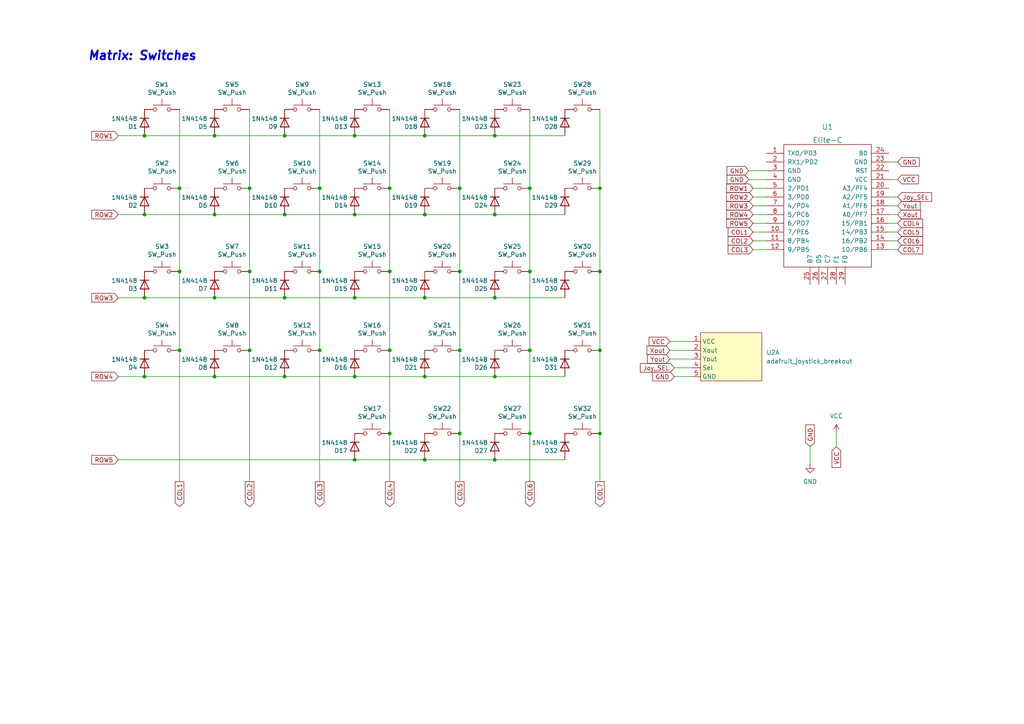
<source format=kicad_sch>
(kicad_sch (version 20230121) (generator eeschema)
  (paper "A4")
  (title_block (title "AlgaePad") (rev "1.0") (company "by Seth Barbreree"))
  (lib_symbols
    (symbol "Device:D" (pin_numbers hide) (pin_names (offset 1.016) hide)
      (property "Reference" "D" (at 0 2.54 0))
      (property "Value" "D" (at 0 -2.54 0))
      (symbol "D_0_1"
        (polyline (pts (xy -1.27 1.27) (xy -1.27 -1.27)) (stroke (width 0.254)))
        (polyline (pts (xy 1.27 0) (xy -1.27 0)))
        (polyline (pts (xy 1.27 1.27) (xy 1.27 -1.27) (xy -1.27 0) (xy 1.27 1.27)) (stroke (width 0.254)))
      )
      (symbol "D_1_1"
        (pin passive line (at -3.81 0 0) (length 2.54) (name "K") (number "1"))
        (pin passive line (at 3.81 0 180) (length 2.54) (name "A") (number "2"))
      )
    )
    (symbol "Switch:SW_Push" (pin_numbers hide) (pin_names (offset 1.016) hide)
      (property "Reference" "SW" (at 1.27 2.54 0))
      (property "Value" "SW_Push" (at 0 -1.524 0))
      (symbol "SW_Push_0_1"
        (circle (center -2.032 0) (radius 0.508))
        (polyline (pts (xy 0 1.27) (xy 0 3.048)))
        (polyline (pts (xy 2.54 1.27) (xy -2.54 1.27)))
        (circle (center 2.032 0) (radius 0.508))
        (pin passive line (at -5.08 0 0) (length 2.54) (name "1") (number "1"))
        (pin passive line (at 5.08 0 180) (length 2.54) (name "2") (number "2"))
      )
    )
    (symbol "algaepad-library:adafruit_joystick_breakout" (on_board no)
      (property "Reference" "U" (at 0 0 0))
      (property "Value" "adafruit_joystick_breakout" (at 0 -20.32 0))
      (symbol "adafruit_joystick_breakout_0_1"
        (rectangle (start -8.89 -2.54) (end 8.89 -16.51) (fill (type background)))
      )
      (symbol "adafruit_joystick_breakout_1_1"
        (pin input line (at -11.43 -5.08 0) (length 2.54) (name "VCC") (number "1"))
        (pin output line (at -11.43 -7.62 0) (length 2.54) (name "Xout") (number "2"))
        (pin output line (at -11.43 -10.16 0) (length 2.54) (name "Yout") (number "3"))
        (pin output line (at -11.43 -12.7 0) (length 2.54) (name "Sel") (number "4"))
        (pin input line (at -11.43 -15.24 0) (length 2.54) (name "GND") (number "5"))
      )
      (symbol "adafruit_joystick_breakout_2_1"
        (pin input line (at -11.43 -5.08 0) (length 2.54) (name "VCC") (number "1-UB"))
        (pin output line (at -11.43 -7.62 0) (length 2.54) (name "Xout") (number "2-UB"))
      )
      (symbol "adafruit_joystick_breakout_3_1"
        (pin input line (at -11.43 -5.08 0) (length 2.54) (name "VCC") (number "1-UC"))
        (pin output line (at -11.43 -7.62 0) (length 2.54) (name "Xout") (number "2-UC"))
      )
      (symbol "adafruit_joystick_breakout_4_1"
        (pin input line (at -11.43 -5.08 0) (length 2.54) (name "VCC") (number "1-UD"))
        (pin output line (at -11.43 -7.62 0) (length 2.54) (name "Xout") (number "2-UD"))
      )
      (symbol "adafruit_joystick_breakout_5_1"
        (pin input line (at -11.43 -5.08 0) (length 2.54) (name "VCC") (number "1-UE"))
        (pin output line (at -11.43 -7.62 0) (length 2.54) (name "Xout") (number "2-UE"))
      )
    )
    (symbol "keebio-components:Elite-C" (pin_names (offset 1.016))
      (property "Reference" "U" (at 0 0 0))
      (property "Value" "Elite-C" (at 0 2.54 0))
      (symbol "Elite-C_0_1"
        (rectangle (start 12.7 -19.05) (end -12.7 16.51))
      )
      (symbol "Elite-C_1_1"
        (pin input line (at -17.78 13.97 0) (length 5.08) (name "TX0/PD3") (number "1"))
        (pin input line (at -17.78 -8.89 0) (length 5.08) (name "7/PE6") (number "10"))
        (pin input line (at -17.78 -11.43 0) (length 5.08) (name "8/PB4") (number "11"))
        (pin input line (at -17.78 -13.97 0) (length 5.08) (name "9/PB5") (number "12"))
        (pin input line (at 17.78 -13.97 180) (length 5.08) (name "10/PB6") (number "13"))
        (pin input line (at 17.78 -11.43 180) (length 5.08) (name "16/PB2") (number "14"))
        (pin input line (at 17.78 -8.89 180) (length 5.08) (name "14/PB3") (number "15"))
        (pin input line (at 17.78 -6.35 180) (length 5.08) (name "15/PB1") (number "16"))
        (pin input line (at 17.78 -3.81 180) (length 5.08) (name "A0/PF7") (number "17"))
        (pin input line (at 17.78 -1.27 180) (length 5.08) (name "A1/PF6") (number "18"))
        (pin input line (at 17.78 1.27 180) (length 5.08) (name "A2/PF5") (number "19"))
        (pin input line (at -17.78 11.43 0) (length 5.08) (name "RX1/PD2") (number "2"))
        (pin input line (at 17.78 3.81 180) (length 5.08) (name "A3/PF4") (number "20"))
        (pin input line (at 17.78 6.35 180) (length 5.08) (name "VCC") (number "21"))
        (pin input line (at 17.78 8.89 180) (length 5.08) (name "RST") (number "22"))
        (pin input line (at 17.78 11.43 180) (length 5.08) (name "GND") (number "23"))
        (pin input line (at 17.78 13.97 180) (length 5.08) (name "B0") (number "24"))
        (pin input line (at -5.08 -24.13 90) (length 5.08) (name "B7") (number "25"))
        (pin input line (at -2.54 -24.13 90) (length 5.08) (name "D5") (number "26"))
        (pin input line (at 0 -24.13 90) (length 5.08) (name "C7") (number "27"))
        (pin input line (at 2.54 -24.13 90) (length 5.08) (name "F1") (number "28"))
        (pin input line (at 5.08 -24.13 90) (length 5.08) (name "F0") (number "29"))
        (pin input line (at -17.78 8.89 0) (length 5.08) (name "GND") (number "3"))
        (pin input line (at -17.78 6.35 0) (length 5.08) (name "GND") (number "4"))
        (pin input line (at -17.78 3.81 0) (length 5.08) (name "2/PD1") (number "5"))
        (pin input line (at -17.78 1.27 0) (length 5.08) (name "3/PD0") (number "6"))
        (pin input line (at -17.78 -1.27 0) (length 5.08) (name "4/PD4") (number "7"))
        (pin input line (at -17.78 -3.81 0) (length 5.08) (name "5/PC6") (number "8"))
        (pin input line (at -17.78 -6.35 0) (length 5.08) (name "6/PD7") (number "9"))
      )
    )
    (symbol "power:GND" (power) (pin_names (offset 0))
      (property "Value" "GND" (at 0 -3.81 0))
      (symbol "GND_0_1"
        (polyline (pts (xy 0 0) (xy 0 -1.27) (xy 1.27 -1.27) (xy 0 -2.54) (xy -1.27 -1.27) (xy 0 -1.27)))
      )
      (symbol "GND_1_1"
        (pin power_in line (at 0 0 270) (length 0) hide (name "GND") (number "1"))
      )
    )
    (symbol "power:VCC" (power) (pin_names (offset 0))
      (property "Value" "VCC" (at 0 3.81 0))
      (symbol "VCC_0_1"
        (polyline (pts (xy -0.762 1.27) (xy 0 2.54)))
        (polyline (pts (xy 0 0) (xy 0 2.54)))
        (polyline (pts (xy 0 2.54) (xy 0.762 1.27)))
      )
      (symbol "VCC_1_1"
        (pin power_in line (at 0 0 90) (length 0) hide (name "VCC") (number "1"))
      )
    )
  )
  (junction (at 82.55 62.23))
  (junction (at 153.67 125.73))
  (junction (at 62.23 109.22))
  (junction (at 102.87 39.37))
  (junction (at 133.35 54.61))
  (junction (at 173.99 101.6))
  (junction (at 41.91 109.22))
  (junction (at 133.35 78.74))
  (junction (at 72.39 78.74))
  (junction (at 113.03 78.74))
  (junction (at 143.51 109.22))
  (junction (at 102.87 133.35))
  (junction (at 143.51 86.36))
  (junction (at 41.91 86.36))
  (junction (at 92.71 54.61))
  (junction (at 72.39 101.6))
  (junction (at 102.87 86.36))
  (junction (at 82.55 39.37))
  (junction (at 82.55 109.22))
  (junction (at 72.39 54.61))
  (junction (at 52.07 78.74))
  (junction (at 62.23 39.37))
  (junction (at 173.99 125.73))
  (junction (at 173.99 54.61))
  (junction (at 102.87 109.22))
  (junction (at 92.71 78.74))
  (junction (at 133.35 101.6))
  (junction (at 113.03 125.73))
  (junction (at 102.87 62.23))
  (junction (at 143.51 62.23))
  (junction (at 153.67 78.74))
  (junction (at 173.99 78.74))
  (junction (at 123.19 62.23))
  (junction (at 123.19 109.22))
  (junction (at 62.23 62.23))
  (junction (at 41.91 62.23))
  (junction (at 153.67 101.6))
  (junction (at 133.35 125.73))
  (junction (at 113.03 101.6))
  (junction (at 52.07 101.6))
  (junction (at 143.51 39.37))
  (junction (at 92.71 101.6))
  (junction (at 41.91 39.37))
  (junction (at 52.07 54.61))
  (junction (at 113.03 54.61))
  (junction (at 123.19 86.36))
  (junction (at 153.67 54.61))
  (junction (at 123.19 39.37))
  (junction (at 62.23 86.36))
  (junction (at 143.51 133.35))
  (junction (at 123.19 133.35))
  (junction (at 82.55 86.36))
  (wire (pts (xy 72.39 54.61) (xy 72.39 78.74)))
  (wire (pts (xy 123.19 62.23) (xy 143.51 62.23)))
  (wire (pts (xy 257.81 59.69) (xy 260.35 59.69)))
  (wire (pts (xy 102.87 109.22) (xy 123.19 109.22)))
  (wire (pts (xy 34.29 109.22) (xy 41.91 109.22)))
  (wire (pts (xy 123.19 39.37) (xy 143.51 39.37)))
  (wire (pts (xy 218.44 69.85) (xy 222.25 69.85)))
  (wire (pts (xy 173.99 31.75) (xy 173.99 54.61)))
  (wire (pts (xy 218.44 72.39) (xy 222.25 72.39)))
  (wire (pts (xy 257.81 69.85) (xy 260.35 69.85)))
  (wire (pts (xy 41.91 109.22) (xy 62.23 109.22)))
  (wire (pts (xy 102.87 86.36) (xy 123.19 86.36)))
  (wire (pts (xy 173.99 101.6) (xy 173.99 125.73)))
  (wire (pts (xy 62.23 39.37) (xy 82.55 39.37)))
  (wire (pts (xy 153.67 78.74) (xy 153.67 101.6)))
  (wire (pts (xy 102.87 62.23) (xy 123.19 62.23)))
  (wire (pts (xy 194.31 104.14) (xy 200.66 104.14)))
  (wire (pts (xy 133.35 125.73) (xy 133.35 139.7)))
  (wire (pts (xy 62.23 86.36) (xy 82.55 86.36)))
  (wire (pts (xy 257.81 64.77) (xy 260.35 64.77)))
  (wire (pts (xy 217.17 52.07) (xy 222.25 52.07)))
  (wire (pts (xy 102.87 133.35) (xy 123.19 133.35)))
  (wire (pts (xy 153.67 31.75) (xy 153.67 54.61)))
  (wire (pts (xy 257.81 57.15) (xy 260.35 57.15)))
  (wire (pts (xy 257.81 52.07) (xy 260.35 52.07)))
  (wire (pts (xy 218.44 57.15) (xy 222.25 57.15)))
  (wire (pts (xy 194.31 99.06) (xy 200.66 99.06)))
  (wire (pts (xy 82.55 86.36) (xy 102.87 86.36)))
  (wire (pts (xy 133.35 78.74) (xy 133.35 101.6)))
  (wire (pts (xy 82.55 39.37) (xy 102.87 39.37)))
  (wire (pts (xy 257.81 62.23) (xy 260.35 62.23)))
  (wire (pts (xy 52.07 101.6) (xy 52.07 139.7)))
  (wire (pts (xy 41.91 39.37) (xy 62.23 39.37)))
  (wire (pts (xy 92.71 54.61) (xy 92.71 78.74)))
  (wire (pts (xy 82.55 62.23) (xy 102.87 62.23)))
  (wire (pts (xy 34.29 39.37) (xy 41.91 39.37)))
  (wire (pts (xy 72.39 78.74) (xy 72.39 101.6)))
  (wire (pts (xy 234.95 129.54) (xy 234.95 134.62)))
  (wire (pts (xy 143.51 133.35) (xy 163.83 133.35)))
  (wire (pts (xy 257.81 67.31) (xy 260.35 67.31)))
  (wire (pts (xy 34.29 86.36) (xy 41.91 86.36)))
  (wire (pts (xy 52.07 31.75) (xy 52.07 54.61)))
  (wire (pts (xy 41.91 62.23) (xy 62.23 62.23)))
  (wire (pts (xy 123.19 133.35) (xy 143.51 133.35)))
  (wire (pts (xy 143.51 86.36) (xy 163.83 86.36)))
  (wire (pts (xy 52.07 78.74) (xy 52.07 101.6)))
  (wire (pts (xy 195.58 109.22) (xy 200.66 109.22)))
  (wire (pts (xy 123.19 109.22) (xy 143.51 109.22)))
  (wire (pts (xy 102.87 39.37) (xy 123.19 39.37)))
  (wire (pts (xy 173.99 54.61) (xy 173.99 78.74)))
  (wire (pts (xy 113.03 125.73) (xy 113.03 139.7)))
  (wire (pts (xy 218.44 67.31) (xy 222.25 67.31)))
  (wire (pts (xy 82.55 109.22) (xy 102.87 109.22)))
  (wire (pts (xy 195.58 106.68) (xy 200.66 106.68)))
  (wire (pts (xy 173.99 78.74) (xy 173.99 101.6)))
  (wire (pts (xy 133.35 54.61) (xy 133.35 78.74)))
  (wire (pts (xy 143.51 39.37) (xy 163.83 39.37)))
  (wire (pts (xy 218.44 62.23) (xy 222.25 62.23)))
  (wire (pts (xy 218.44 54.61) (xy 222.25 54.61)))
  (wire (pts (xy 257.81 46.99) (xy 260.35 46.99)))
  (wire (pts (xy 52.07 54.61) (xy 52.07 78.74)))
  (wire (pts (xy 218.44 64.77) (xy 222.25 64.77)))
  (wire (pts (xy 133.35 101.6) (xy 133.35 125.73)))
  (wire (pts (xy 143.51 109.22) (xy 163.83 109.22)))
  (wire (pts (xy 143.51 62.23) (xy 163.83 62.23)))
  (wire (pts (xy 113.03 31.75) (xy 113.03 54.61)))
  (wire (pts (xy 92.71 101.6) (xy 92.71 139.7)))
  (wire (pts (xy 173.99 125.73) (xy 173.99 139.7)))
  (wire (pts (xy 62.23 62.23) (xy 82.55 62.23)))
  (wire (pts (xy 113.03 78.74) (xy 113.03 101.6)))
  (wire (pts (xy 257.81 72.39) (xy 260.35 72.39)))
  (wire (pts (xy 92.71 31.75) (xy 92.71 54.61)))
  (wire (pts (xy 34.29 62.23) (xy 41.91 62.23)))
  (wire (pts (xy 194.31 101.6) (xy 200.66 101.6)))
  (wire (pts (xy 72.39 31.75) (xy 72.39 54.61)))
  (wire (pts (xy 133.35 31.75) (xy 133.35 54.61)))
  (wire (pts (xy 217.17 49.53) (xy 222.25 49.53)))
  (wire (pts (xy 123.19 86.36) (xy 143.51 86.36)))
  (wire (pts (xy 92.71 78.74) (xy 92.71 101.6)))
  (wire (pts (xy 153.67 125.73) (xy 153.67 139.7)))
  (wire (pts (xy 113.03 101.6) (xy 113.03 125.73)))
  (wire (pts (xy 113.03 54.61) (xy 113.03 78.74)))
  (wire (pts (xy 62.23 109.22) (xy 82.55 109.22)))
  (wire (pts (xy 153.67 54.61) (xy 153.67 78.74)))
  (wire (pts (xy 72.39 101.6) (xy 72.39 139.7)))
  (wire (pts (xy 41.91 86.36) (xy 62.23 86.36)))
  (wire (pts (xy 34.29 133.35) (xy 102.87 133.35)))
  (wire (pts (xy 242.57 125.73) (xy 242.57 129.54)))
  (wire (pts (xy 153.67 101.6) (xy 153.67 125.73)))
  (wire (pts (xy 218.44 59.69) (xy 222.25 59.69)))
  (text "Matrix: Switches" (at 25.4 17.78 0) (effects (font (size 2.54 2.54) (thickness 0.508) bold italic) (justify left bottom)))
  (global_label "ROW5" (shape input) (at 218.44 64.77 180) (property "Intersheetrefs" "${INTERSHEET_REFS}" (effects hide)))
  (global_label "COL7" (shape output) (at 173.99 139.7 270) (property "Intersheetrefs" "${INTERSHEET_REFS}" (effects hide)))
  (global_label "ROW4" (shape input) (at 218.44 62.23 180) (property "Intersheetrefs" "${INTERSHEET_REFS}" (effects hide)))
  (global_label "GND" (shape input) (at 195.58 109.22 180) (property "Intersheetrefs" "${INTERSHEET_REFS}" (effects hide)))
  (global_label "COL3" (shape input) (at 218.44 72.39 180) (property "Intersheetrefs" "${INTERSHEET_REFS}" (effects hide)))
  (global_label "COL2" (shape input) (at 218.44 69.85 180) (property "Intersheetrefs" "${INTERSHEET_REFS}" (effects hide)))
  (global_label "GND" (shape input) (at 234.95 129.54 90) (property "Intersheetrefs" "${INTERSHEET_REFS}" (effects hide)))
  (global_label "VCC" (shape input) (at 242.57 129.54 270) (property "Intersheetrefs" "${INTERSHEET_REFS}" (effects hide)))
  (global_label "ROW1" (shape input) (at 34.29 39.37 180) (property "Intersheetrefs" "${INTERSHEET_REFS}" (effects hide)))
  (global_label "COL7" (shape input) (at 260.35 72.39 0) (property "Intersheetrefs" "${INTERSHEET_REFS}" (effects hide)))
  (global_label "Yout" (shape input) (at 194.31 104.14 180) (property "Intersheetrefs" "${INTERSHEET_REFS}" (effects hide)))
  (global_label "Xout" (shape input) (at 260.35 62.23 0) (property "Intersheetrefs" "${INTERSHEET_REFS}" (effects hide)))
  (global_label "Joy_SEL" (shape input) (at 195.58 106.68 180) (property "Intersheetrefs" "${INTERSHEET_REFS}" (effects hide)))
  (global_label "COL5" (shape input) (at 260.35 67.31 0) (property "Intersheetrefs" "${INTERSHEET_REFS}" (effects hide)))
  (global_label "ROW3" (shape input) (at 218.44 59.69 180) (property "Intersheetrefs" "${INTERSHEET_REFS}" (effects hide)))
  (global_label "ROW1" (shape input) (at 218.44 54.61 180) (property "Intersheetrefs" "${INTERSHEET_REFS}" (effects hide)))
  (global_label "VCC" (shape input) (at 260.35 52.07 0) (property "Intersheetrefs" "${INTERSHEET_REFS}" (effects hide)))
  (global_label "COL3" (shape output) (at 92.71 139.7 270) (property "Intersheetrefs" "${INTERSHEET_REFS}" (effects hide)))
  (global_label "COL1" (shape output) (at 52.07 139.7 270) (property "Intersheetrefs" "${INTERSHEET_REFS}" (effects hide)))
  (global_label "ROW3" (shape input) (at 34.29 86.36 180) (property "Intersheetrefs" "${INTERSHEET_REFS}" (effects hide)))
  (global_label "COL4" (shape input) (at 260.35 64.77 0) (property "Intersheetrefs" "${INTERSHEET_REFS}" (effects hide)))
  (global_label "COL5" (shape output) (at 133.35 139.7 270) (property "Intersheetrefs" "${INTERSHEET_REFS}" (effects hide)))
  (global_label "ROW2" (shape input) (at 34.29 62.23 180) (property "Intersheetrefs" "${INTERSHEET_REFS}" (effects hide)))
  (global_label "ROW4" (shape input) (at 34.29 109.22 180) (property "Intersheetrefs" "${INTERSHEET_REFS}" (effects hide)))
  (global_label "Joy_SEL" (shape input) (at 260.35 57.15 0) (property "Intersheetrefs" "${INTERSHEET_REFS}" (effects hide)))
  (global_label "COL2" (shape output) (at 72.39 139.7 270) (property "Intersheetrefs" "${INTERSHEET_REFS}" (effects hide)))
  (global_label "GND" (shape input) (at 217.17 49.53 180) (property "Intersheetrefs" "${INTERSHEET_REFS}" (effects hide)))
  (global_label "GND" (shape input) (at 217.17 52.07 180) (property "Intersheetrefs" "${INTERSHEET_REFS}" (effects hide)))
  (global_label "Xout" (shape input) (at 194.31 101.6 180) (property "Intersheetrefs" "${INTERSHEET_REFS}" (effects hide)))
  (global_label "GND" (shape input) (at 260.35 46.99 0) (property "Intersheetrefs" "${INTERSHEET_REFS}" (effects hide)))
  (global_label "COL4" (shape output) (at 113.03 139.7 270) (property "Intersheetrefs" "${INTERSHEET_REFS}" (effects hide)))
  (global_label "Yout" (shape input) (at 260.35 59.69 0) (property "Intersheetrefs" "${INTERSHEET_REFS}" (effects hide)))
  (global_label "COL1" (shape input) (at 218.44 67.31 180) (property "Intersheetrefs" "${INTERSHEET_REFS}" (effects hide)))
  (global_label "COL6" (shape output) (at 153.67 139.7 270) (property "Intersheetrefs" "${INTERSHEET_REFS}" (effects hide)))
  (global_label "ROW5" (shape input) (at 34.29 133.35 180) (property "Intersheetrefs" "${INTERSHEET_REFS}" (effects hide)))
  (global_label "COL6" (shape input) (at 260.35 69.85 0) (property "Intersheetrefs" "${INTERSHEET_REFS}" (effects hide)))
  (global_label "VCC" (shape input) (at 194.31 99.06 180) (property "Intersheetrefs" "${INTERSHEET_REFS}" (effects hide)))
  (global_label "ROW2" (shape input) (at 218.44 57.15 180) (property "Intersheetrefs" "${INTERSHEET_REFS}" (effects hide)))
  (symbol (lib_id "Switch:SW_Push") (at 67.31 54.61 0) (unit 1)
    (property "Reference" "SW6" (at 67.31 47.371 0))
    (property "Value" "SW_Push" (at 67.31 49.6824 0))
    (property "Footprint" "reversible-footprints:MX-1U-Hotswap" (effects hide))
  )
  (symbol (lib_id "Switch:SW_Push") (at 168.91 78.74 0) (unit 1)
    (property "Reference" "SW30" (at 168.91 71.501 0))
    (property "Value" "SW_Push" (at 168.91 73.8124 0))
    (property "Footprint" "reversible-footprints:MX-1U-Hotswap" (effects hide))
  )
  (symbol (lib_id "Switch:SW_Push") (at 128.27 54.61 0) (unit 1)
    (property "Reference" "SW19" (at 128.27 47.371 0))
    (property "Value" "SW_Push" (at 128.27 49.6824 0))
    (property "Footprint" "reversible-footprints:MX-1U-Hotswap" (effects hide))
  )
  (symbol (lib_id "Device:D") (at 82.55 35.56 270) (unit 1)
    (property "Reference" "D9" (at 80.518 36.7284 90) (effects (justify right)))
    (property "Value" "1N4148" (at 80.518 34.417 90) (effects (justify right)))
    (property "Footprint" "reversible-footprints:D_SOD-123" (effects hide))
  )
  (symbol (lib_id "Switch:SW_Push") (at 148.59 31.75 0) (unit 1)
    (property "Reference" "SW23" (at 148.59 24.511 0))
    (property "Value" "SW_Push" (at 148.59 26.8224 0))
    (property "Footprint" "reversible-footprints:MX-1U-Hotswap" (effects hide))
  )
  (symbol (lib_id "Device:D") (at 123.19 82.55 270) (unit 1)
    (property "Reference" "D20" (at 121.158 83.7184 90) (effects (justify right)))
    (property "Value" "1N4148" (at 121.158 81.407 90) (effects (justify right)))
    (property "Footprint" "reversible-footprints:D_SOD-123" (effects hide))
  )
  (symbol (lib_id "Device:D") (at 163.83 58.42 270) (unit 1)
    (property "Reference" "D29" (at 161.798 59.5884 90) (effects (justify right)))
    (property "Value" "1N4148" (at 161.798 57.277 90) (effects (justify right)))
    (property "Footprint" "reversible-footprints:D_SOD-123" (effects hide))
  )
  (symbol (lib_id "Device:D") (at 163.83 35.56 270) (unit 1)
    (property "Reference" "D28" (at 161.798 36.7284 90) (effects (justify right)))
    (property "Value" "1N4148" (at 161.798 34.417 90) (effects (justify right)))
    (property "Footprint" "reversible-footprints:D_SOD-123" (effects hide))
  )
  (symbol (lib_id "Switch:SW_Push") (at 168.91 101.6 0) (unit 1)
    (property "Reference" "SW31" (at 168.91 94.361 0))
    (property "Value" "SW_Push" (at 168.91 96.6724 0))
    (property "Footprint" "reversible-footprints:MX-1U-Hotswap" (effects hide))
  )
  (symbol (lib_id "Switch:SW_Push") (at 128.27 78.74 0) (unit 1)
    (property "Reference" "SW20" (at 128.27 71.501 0))
    (property "Value" "SW_Push" (at 128.27 73.8124 0))
    (property "Footprint" "reversible-footprints:MX-1U-Hotswap" (effects hide))
  )
  (symbol (lib_id "Switch:SW_Push") (at 46.99 31.75 0) (unit 1)
    (property "Reference" "SW1" (at 46.99 24.511 0))
    (property "Value" "SW_Push" (at 46.99 26.8224 0))
    (property "Footprint" "reversible-footprints:MX-1U-Hotswap" (effects hide))
  )
  (symbol (lib_id "Device:D") (at 143.51 129.54 270) (unit 1)
    (property "Reference" "D27" (at 141.478 130.7084 90) (effects (justify right)))
    (property "Value" "1N4148" (at 141.478 128.397 90) (effects (justify right)))
    (property "Footprint" "reversible-footprints:D_SOD-123" (effects hide))
  )
  (symbol (lib_id "Switch:SW_Push") (at 148.59 125.73 0) (unit 1)
    (property "Reference" "SW27" (at 148.59 118.491 0))
    (property "Value" "SW_Push" (at 148.59 120.8024 0))
    (property "Footprint" "reversible-footprints:MX-1U-Hotswap" (effects hide))
  )
  (symbol (lib_id "Switch:SW_Push") (at 168.91 31.75 0) (unit 1)
    (property "Reference" "SW28" (at 168.91 24.511 0))
    (property "Value" "SW_Push" (at 168.91 26.8224 0))
    (property "Footprint" "reversible-footprints:MX-1U-Hotswap" (effects hide))
  )
  (symbol (lib_id "algaepad-library:adafruit_joystick_breakout") (at 212.09 93.98 0) (unit 1) (on_board no)
    (property "Reference" "U2" (at 222.25 102.2349 0) (effects (justify left)))
    (property "Value" "adafruit_joystick_breakout" (at 222.25 104.7749 0) (effects (justify left)))
  )
  (symbol (lib_id "Switch:SW_Push") (at 128.27 101.6 0) (unit 1)
    (property "Reference" "SW21" (at 128.27 94.361 0))
    (property "Value" "SW_Push" (at 128.27 96.6724 0))
    (property "Footprint" "reversible-footprints:MX-1U-Hotswap" (effects hide))
  )
  (symbol (lib_id "Switch:SW_Push") (at 67.31 78.74 0) (unit 1)
    (property "Reference" "SW7" (at 67.31 71.501 0))
    (property "Value" "SW_Push" (at 67.31 73.8124 0))
    (property "Footprint" "reversible-footprints:MX-1U-Hotswap" (effects hide))
  )
  (symbol (lib_id "Switch:SW_Push") (at 168.91 54.61 0) (unit 1)
    (property "Reference" "SW29" (at 168.91 47.371 0))
    (property "Value" "SW_Push" (at 168.91 49.6824 0))
    (property "Footprint" "reversible-footprints:MX-1U-Hotswap" (effects hide))
  )
  (symbol (lib_id "Device:D") (at 62.23 58.42 270) (unit 1)
    (property "Reference" "D6" (at 60.198 59.5884 90) (effects (justify right)))
    (property "Value" "1N4148" (at 60.198 57.277 90) (effects (justify right)))
    (property "Footprint" "reversible-footprints:D_SOD-123" (effects hide))
  )
  (symbol (lib_id "Device:D") (at 123.19 105.41 270) (unit 1)
    (property "Reference" "D21" (at 121.158 106.5784 90) (effects (justify right)))
    (property "Value" "1N4148" (at 121.158 104.267 90) (effects (justify right)))
    (property "Footprint" "reversible-footprints:D_SOD-123" (effects hide))
  )
  (symbol (lib_id "Switch:SW_Push") (at 46.99 78.74 0) (unit 1)
    (property "Reference" "SW3" (at 46.99 71.501 0))
    (property "Value" "SW_Push" (at 46.99 73.8124 0))
    (property "Footprint" "reversible-footprints:MX-1U-Hotswap" (effects hide))
  )
  (symbol (lib_id "Switch:SW_Push") (at 107.95 125.73 0) (unit 1)
    (property "Reference" "SW17" (at 107.95 118.491 0))
    (property "Value" "SW_Push" (at 107.95 120.8024 0))
    (property "Footprint" "reversible-footprints:MX-1U-Hotswap" (effects hide))
  )
  (symbol (lib_id "Device:D") (at 41.91 82.55 270) (unit 1)
    (property "Reference" "D3" (at 39.878 83.7184 90) (effects (justify right)))
    (property "Value" "1N4148" (at 39.878 81.407 90) (effects (justify right)))
    (property "Footprint" "reversible-footprints:D_SOD-123" (effects hide))
  )
  (symbol (lib_id "Device:D") (at 102.87 105.41 270) (unit 1)
    (property "Reference" "D16" (at 100.838 106.5784 90) (effects (justify right)))
    (property "Value" "1N4148" (at 100.838 104.267 90) (effects (justify right)))
    (property "Footprint" "reversible-footprints:D_SOD-123" (effects hide))
  )
  (symbol (lib_id "Device:D") (at 62.23 35.56 270) (unit 1)
    (property "Reference" "D5" (at 60.198 36.7284 90) (effects (justify right)))
    (property "Value" "1N4148" (at 60.198 34.417 90) (effects (justify right)))
    (property "Footprint" "reversible-footprints:D_SOD-123" (effects hide))
  )
  (symbol (lib_id "Switch:SW_Push") (at 107.95 101.6 0) (unit 1)
    (property "Reference" "SW16" (at 107.95 94.361 0))
    (property "Value" "SW_Push" (at 107.95 96.6724 0))
    (property "Footprint" "reversible-footprints:MX-1U-Hotswap" (effects hide))
  )
  (symbol (lib_id "Switch:SW_Push") (at 87.63 78.74 0) (unit 1)
    (property "Reference" "SW11" (at 87.63 71.501 0))
    (property "Value" "SW_Push" (at 87.63 73.8124 0))
    (property "Footprint" "reversible-footprints:MX-1U-Hotswap" (effects hide))
  )
  (symbol (lib_id "Device:D") (at 143.51 82.55 270) (unit 1)
    (property "Reference" "D25" (at 141.478 83.7184 90) (effects (justify right)))
    (property "Value" "1N4148" (at 141.478 81.407 90) (effects (justify right)))
    (property "Footprint" "reversible-footprints:D_SOD-123" (effects hide))
  )
  (symbol (lib_id "Device:D") (at 62.23 82.55 270) (unit 1)
    (property "Reference" "D7" (at 60.198 83.7184 90) (effects (justify right)))
    (property "Value" "1N4148" (at 60.198 81.407 90) (effects (justify right)))
    (property "Footprint" "reversible-footprints:D_SOD-123" (effects hide))
  )
  (symbol (lib_id "Switch:SW_Push") (at 107.95 54.61 0) (unit 1)
    (property "Reference" "SW14" (at 107.95 47.371 0))
    (property "Value" "SW_Push" (at 107.95 49.6824 0))
    (property "Footprint" "reversible-footprints:MX-1U-Hotswap" (effects hide))
  )
  (symbol (lib_id "Device:D") (at 163.83 129.54 270) (unit 1)
    (property "Reference" "D32" (at 161.798 130.7084 90) (effects (justify right)))
    (property "Value" "1N4148" (at 161.798 128.397 90) (effects (justify right)))
    (property "Footprint" "reversible-footprints:D_SOD-123" (effects hide))
  )
  (symbol (lib_id "keebio-components:Elite-C") (at 240.03 58.42 0) (unit 1)
    (property "Reference" "U1" (at 240.03 36.83 0) (effects (font (size 1.524 1.524))))
    (property "Value" "Elite-C" (at 240.03 40.64 0) (effects (font (size 1.524 1.524))))
    (property "Footprint" "keebio-parts:Elite-C" (effects hide))
  )
  (symbol (lib_id "Device:D") (at 41.91 35.56 270) (unit 1)
    (property "Reference" "D1" (at 39.878 36.7284 90) (effects (justify right)))
    (property "Value" "1N4148" (at 39.878 34.417 90) (effects (justify right)))
    (property "Footprint" "reversible-footprints:D_SOD-123" (effects hide))
  )
  (symbol (lib_id "Switch:SW_Push") (at 46.99 101.6 0) (unit 1)
    (property "Reference" "SW4" (at 46.99 94.361 0))
    (property "Value" "SW_Push" (at 46.99 96.6724 0))
    (property "Footprint" "reversible-footprints:MX-1U-Hotswap" (effects hide))
  )
  (symbol (lib_id "Device:D") (at 41.91 105.41 270) (unit 1)
    (property "Reference" "D4" (at 39.878 106.5784 90) (effects (justify right)))
    (property "Value" "1N4148" (at 39.878 104.267 90) (effects (justify right)))
    (property "Footprint" "reversible-footprints:D_SOD-123" (effects hide))
  )
  (symbol (lib_id "Switch:SW_Push") (at 107.95 78.74 0) (unit 1)
    (property "Reference" "SW15" (at 107.95 71.501 0))
    (property "Value" "SW_Push" (at 107.95 73.8124 0))
    (property "Footprint" "reversible-footprints:MX-1U-Hotswap" (effects hide))
  )
  (symbol (lib_id "Switch:SW_Push") (at 87.63 101.6 0) (unit 1)
    (property "Reference" "SW12" (at 87.63 94.361 0))
    (property "Value" "SW_Push" (at 87.63 96.6724 0))
    (property "Footprint" "reversible-footprints:MX-1U-Hotswap" (effects hide))
  )
  (symbol (lib_id "Switch:SW_Push") (at 148.59 78.74 0) (unit 1)
    (property "Reference" "SW25" (at 148.59 71.501 0))
    (property "Value" "SW_Push" (at 148.59 73.8124 0))
    (property "Footprint" "reversible-footprints:MX-1U-Hotswap" (effects hide))
  )
  (symbol (lib_id "Switch:SW_Push") (at 128.27 31.75 0) (unit 1)
    (property "Reference" "SW18" (at 128.27 24.511 0))
    (property "Value" "SW_Push" (at 128.27 26.8224 0))
    (property "Footprint" "reversible-footprints:MX-1U-Hotswap" (effects hide))
  )
  (symbol (lib_id "Device:D") (at 143.51 105.41 270) (unit 1)
    (property "Reference" "D26" (at 141.478 106.5784 90) (effects (justify right)))
    (property "Value" "1N4148" (at 141.478 104.267 90) (effects (justify right)))
    (property "Footprint" "reversible-footprints:D_SOD-123" (effects hide))
  )
  (symbol (lib_id "Device:D") (at 123.19 58.42 270) (unit 1)
    (property "Reference" "D19" (at 121.158 59.5884 90) (effects (justify right)))
    (property "Value" "1N4148" (at 121.158 57.277 90) (effects (justify right)))
    (property "Footprint" "reversible-footprints:D_SOD-123" (effects hide))
  )
  (symbol (lib_id "Device:D") (at 163.83 105.41 270) (unit 1)
    (property "Reference" "D31" (at 161.798 106.5784 90) (effects (justify right)))
    (property "Value" "1N4148" (at 161.798 104.267 90) (effects (justify right)))
    (property "Footprint" "reversible-footprints:D_SOD-123" (effects hide))
  )
  (symbol (lib_id "Device:D") (at 62.23 105.41 270) (unit 1)
    (property "Reference" "D8" (at 60.198 106.5784 90) (effects (justify right)))
    (property "Value" "1N4148" (at 60.198 104.267 90) (effects (justify right)))
    (property "Footprint" "reversible-footprints:D_SOD-123" (effects hide))
  )
  (symbol (lib_id "Device:D") (at 82.55 58.42 270) (unit 1)
    (property "Reference" "D10" (at 80.518 59.5884 90) (effects (justify right)))
    (property "Value" "1N4148" (at 80.518 57.277 90) (effects (justify right)))
    (property "Footprint" "reversible-footprints:D_SOD-123" (effects hide))
  )
  (symbol (lib_id "Device:D") (at 82.55 82.55 270) (unit 1)
    (property "Reference" "D11" (at 80.518 83.7184 90) (effects (justify right)))
    (property "Value" "1N4148" (at 80.518 81.407 90) (effects (justify right)))
    (property "Footprint" "reversible-footprints:D_SOD-123" (effects hide))
  )
  (symbol (lib_id "Switch:SW_Push") (at 46.99 54.61 0) (unit 1)
    (property "Reference" "SW2" (at 46.99 47.371 0))
    (property "Value" "SW_Push" (at 46.99 49.6824 0))
    (property "Footprint" "reversible-footprints:MX-1U-Hotswap" (effects hide))
  )
  (symbol (lib_id "power:GND") (at 234.95 134.62 0) (unit 1)
    (property "Reference" "#PWR01" (effects hide))
    (property "Value" "GND" (at 234.95 139.7 0))
  )
  (symbol (lib_id "Device:D") (at 163.83 82.55 270) (unit 1)
    (property "Reference" "D30" (at 161.798 83.7184 90) (effects (justify right)))
    (property "Value" "1N4148" (at 161.798 81.407 90) (effects (justify right)))
    (property "Footprint" "reversible-footprints:D_SOD-123" (effects hide))
  )
  (symbol (lib_id "Device:D") (at 102.87 35.56 270) (unit 1)
    (property "Reference" "D13" (at 100.838 36.7284 90) (effects (justify right)))
    (property "Value" "1N4148" (at 100.838 34.417 90) (effects (justify right)))
    (property "Footprint" "reversible-footprints:D_SOD-123" (effects hide))
  )
  (symbol (lib_id "Switch:SW_Push") (at 107.95 31.75 0) (unit 1)
    (property "Reference" "SW13" (at 107.95 24.511 0))
    (property "Value" "SW_Push" (at 107.95 26.8224 0))
    (property "Footprint" "reversible-footprints:MX-1U-Hotswap" (effects hide))
  )
  (symbol (lib_id "Device:D") (at 82.55 105.41 270) (unit 1)
    (property "Reference" "D12" (at 80.518 106.5784 90) (effects (justify right)))
    (property "Value" "1N4148" (at 80.518 104.267 90) (effects (justify right)))
    (property "Footprint" "reversible-footprints:D_SOD-123" (effects hide))
  )
  (symbol (lib_id "Switch:SW_Push") (at 87.63 31.75 0) (unit 1)
    (property "Reference" "SW9" (at 87.63 24.511 0))
    (property "Value" "SW_Push" (at 87.63 26.8224 0))
    (property "Footprint" "reversible-footprints:MX-1U-Hotswap" (effects hide))
  )
  (symbol (lib_id "Switch:SW_Push") (at 128.27 125.73 0) (unit 1)
    (property "Reference" "SW22" (at 128.27 118.491 0))
    (property "Value" "SW_Push" (at 128.27 120.8024 0))
    (property "Footprint" "reversible-footprints:MX-1U-Hotswap" (effects hide))
  )
  (symbol (lib_id "Device:D") (at 143.51 58.42 270) (unit 1)
    (property "Reference" "D24" (at 141.478 59.5884 90) (effects (justify right)))
    (property "Value" "1N4148" (at 141.478 57.277 90) (effects (justify right)))
    (property "Footprint" "reversible-footprints:D_SOD-123" (effects hide))
  )
  (symbol (lib_id "Switch:SW_Push") (at 87.63 54.61 0) (unit 1)
    (property "Reference" "SW10" (at 87.63 47.371 0))
    (property "Value" "SW_Push" (at 87.63 49.6824 0))
    (property "Footprint" "reversible-footprints:MX-1U-Hotswap" (effects hide))
  )
  (symbol (lib_id "Switch:SW_Push") (at 148.59 54.61 0) (unit 1)
    (property "Reference" "SW24" (at 148.59 47.371 0))
    (property "Value" "SW_Push" (at 148.59 49.6824 0))
    (property "Footprint" "reversible-footprints:MX-1U-Hotswap" (effects hide))
  )
  (symbol (lib_id "Device:D") (at 41.91 58.42 270) (unit 1)
    (property "Reference" "D2" (at 39.878 59.5884 90) (effects (justify right)))
    (property "Value" "1N4148" (at 39.878 57.277 90) (effects (justify right)))
    (property "Footprint" "reversible-footprints:D_SOD-123" (effects hide))
  )
  (symbol (lib_id "Device:D") (at 102.87 82.55 270) (unit 1)
    (property "Reference" "D15" (at 100.838 83.7184 90) (effects (justify right)))
    (property "Value" "1N4148" (at 100.838 81.407 90) (effects (justify right)))
    (property "Footprint" "reversible-footprints:D_SOD-123" (effects hide))
  )
  (symbol (lib_id "Device:D") (at 123.19 35.56 270) (unit 1)
    (property "Reference" "D18" (at 121.158 36.7284 90) (effects (justify right)))
    (property "Value" "1N4148" (at 121.158 34.417 90) (effects (justify right)))
    (property "Footprint" "reversible-footprints:D_SOD-123" (effects hide))
  )
  (symbol (lib_id "Switch:SW_Push") (at 67.31 31.75 0) (unit 1)
    (property "Reference" "SW5" (at 67.31 24.511 0))
    (property "Value" "SW_Push" (at 67.31 26.8224 0))
    (property "Footprint" "reversible-footprints:MX-1U-Hotswap" (effects hide))
  )
  (symbol (lib_id "Switch:SW_Push") (at 168.91 125.73 0) (unit 1)
    (property "Reference" "SW32" (at 168.91 118.491 0))
    (property "Value" "SW_Push" (at 168.91 120.8024 0))
    (property "Footprint" "reversible-footprints:MX-1U-Hotswap" (effects hide))
  )
  (symbol (lib_id "power:VCC") (at 242.57 125.73 0) (unit 1)
    (property "Reference" "#PWR02" (effects hide))
    (property "Value" "VCC" (at 242.57 120.65 0))
  )
  (symbol (lib_id "Switch:SW_Push") (at 148.59 101.6 0) (unit 1)
    (property "Reference" "SW26" (at 148.59 94.361 0))
    (property "Value" "SW_Push" (at 148.59 96.6724 0))
    (property "Footprint" "reversible-footprints:MX-1U-Hotswap" (effects hide))
  )
  (symbol (lib_id "Device:D") (at 102.87 58.42 270) (unit 1)
    (property "Reference" "D14" (at 100.838 59.5884 90) (effects (justify right)))
    (property "Value" "1N4148" (at 100.838 57.277 90) (effects (justify right)))
    (property "Footprint" "reversible-footprints:D_SOD-123" (effects hide))
  )
  (symbol (lib_id "Switch:SW_Push") (at 67.31 101.6 0) (unit 1)
    (property "Reference" "SW8" (at 67.31 94.361 0))
    (property "Value" "SW_Push" (at 67.31 96.6724 0))
    (property "Footprint" "reversible-footprints:MX-1U-Hotswap" (effects hide))
  )
  (symbol (lib_id "Device:D") (at 102.87 129.54 270) (unit 1)
    (property "Reference" "D17" (at 100.838 130.7084 90) (effects (justify right)))
    (property "Value" "1N4148" (at 100.838 128.397 90) (effects (justify right)))
    (property "Footprint" "reversible-footprints:D_SOD-123" (effects hide))
  )
  (symbol (lib_id "Device:D") (at 143.51 35.56 270) (unit 1)
    (property "Reference" "D23" (at 141.478 36.7284 90) (effects (justify right)))
    (property "Value" "1N4148" (at 141.478 34.417 90) (effects (justify right)))
    (property "Footprint" "reversible-footprints:D_SOD-123" (effects hide))
  )
  (symbol (lib_id "Device:D") (at 123.19 129.54 270) (unit 1)
    (property "Reference" "D22" (at 121.158 130.7084 90) (effects (justify right)))
    (property "Value" "1N4148" (at 121.158 128.397 90) (effects (justify right)))
    (property "Footprint" "reversible-footprints:D_SOD-123" (effects hide))
  )
)
</source>
